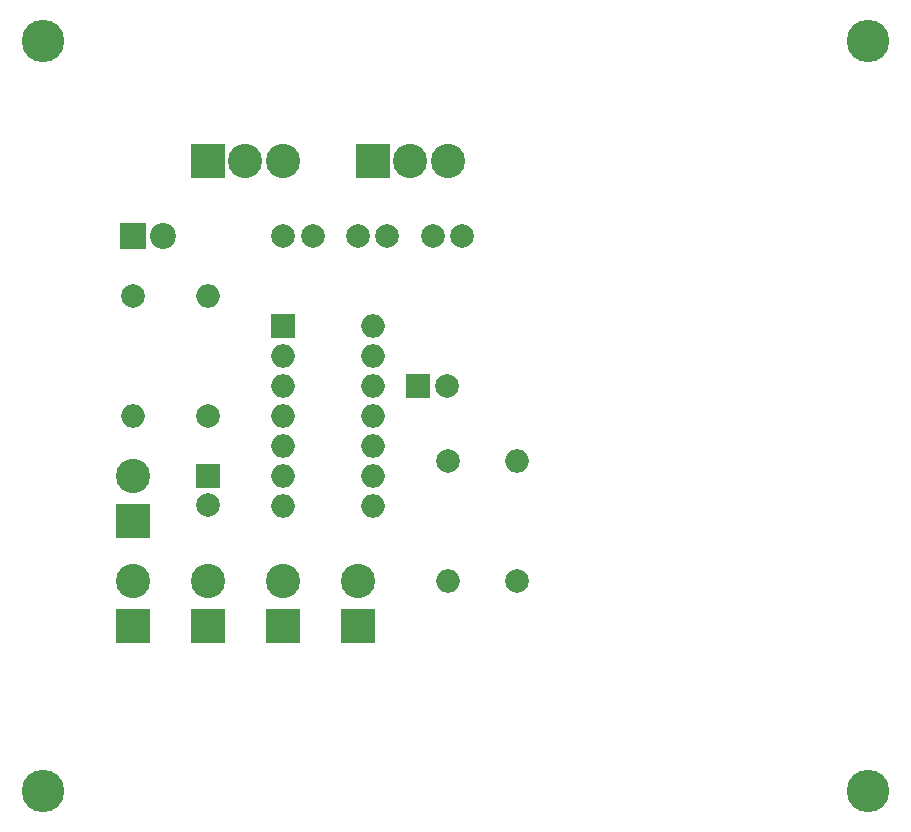
<source format=gts>
G04 #@! TF.GenerationSoftware,KiCad,Pcbnew,(6.0.0-rc1-dev-441-gb1e5549)*
G04 #@! TF.CreationDate,2018-09-12T02:05:33+03:00*
G04 #@! TF.ProjectId,APC,4150432E6B696361645F706362000000,rev?*
G04 #@! TF.SameCoordinates,Original*
G04 #@! TF.FileFunction,Soldermask,Top*
G04 #@! TF.FilePolarity,Negative*
%FSLAX46Y46*%
G04 Gerber Fmt 4.6, Leading zero omitted, Abs format (unit mm)*
G04 Created by KiCad (PCBNEW (6.0.0-rc1-dev-441-gb1e5549)) date 2018 September 12, Wednesday 02:05:33*
%MOMM*%
%LPD*%
G01*
G04 APERTURE LIST*
%ADD10C,3.600000*%
%ADD11R,2.000000X2.000000*%
%ADD12O,2.000000X2.000000*%
%ADD13C,2.000000*%
%ADD14C,2.899360*%
%ADD15R,2.899360X2.899360*%
%ADD16R,2.200000X2.200000*%
%ADD17C,2.200000*%
G04 APERTURE END LIST*
D10*
G04 #@! TO.C, *
X60960000Y-120650000D03*
G04 #@! TD*
G04 #@! TO.C, *
X130810000Y-57150000D03*
G04 #@! TD*
D11*
G04 #@! TO.C,U1*
X81280000Y-81280000D03*
D12*
X88900000Y-96520000D03*
X81280000Y-83820000D03*
X88900000Y-93980000D03*
X81280000Y-86360000D03*
X88900000Y-91440000D03*
X81280000Y-88900000D03*
X88900000Y-88900000D03*
X81280000Y-91440000D03*
X88900000Y-86360000D03*
X81280000Y-93980000D03*
X88900000Y-83820000D03*
X81280000Y-96520000D03*
X88900000Y-81280000D03*
G04 #@! TD*
D13*
G04 #@! TO.C,C2*
X74930000Y-96480000D03*
D11*
X74930000Y-93980000D03*
G04 #@! TD*
D13*
G04 #@! TO.C,C5*
X95210000Y-86360000D03*
D11*
X92710000Y-86360000D03*
G04 #@! TD*
D14*
G04 #@! TO.C,RV1*
X81280000Y-67310000D03*
X78105000Y-67310000D03*
D15*
X74930000Y-67310000D03*
G04 #@! TD*
D14*
G04 #@! TO.C,RV2*
X95250000Y-67310000D03*
X92075000Y-67310000D03*
D15*
X88900000Y-67310000D03*
G04 #@! TD*
D14*
G04 #@! TO.C,J1*
X68580000Y-102870000D03*
D15*
X68580000Y-106680000D03*
G04 #@! TD*
D13*
G04 #@! TO.C,C1*
X93980000Y-73660000D03*
X96480000Y-73660000D03*
G04 #@! TD*
G04 #@! TO.C,C3*
X83820000Y-73660000D03*
X81320000Y-73660000D03*
G04 #@! TD*
G04 #@! TO.C,C4*
X90130000Y-73660000D03*
X87630000Y-73660000D03*
G04 #@! TD*
D16*
G04 #@! TO.C,D1*
X68580000Y-73660000D03*
D17*
X71120000Y-73660000D03*
G04 #@! TD*
D15*
G04 #@! TO.C,J2*
X74930000Y-106680000D03*
D14*
X74930000Y-102870000D03*
G04 #@! TD*
G04 #@! TO.C,J3*
X81280000Y-102870000D03*
D15*
X81280000Y-106680000D03*
G04 #@! TD*
G04 #@! TO.C,J4*
X87630000Y-106680000D03*
D14*
X87630000Y-102870000D03*
G04 #@! TD*
D13*
G04 #@! TO.C,R1*
X68580000Y-78740000D03*
D12*
X68580000Y-88900000D03*
G04 #@! TD*
G04 #@! TO.C,R2*
X74930000Y-78740000D03*
D13*
X74930000Y-88900000D03*
G04 #@! TD*
G04 #@! TO.C,R3*
X95250000Y-92710000D03*
D12*
X95250000Y-102870000D03*
G04 #@! TD*
G04 #@! TO.C,R4*
X101111586Y-92710000D03*
D13*
X101111586Y-102870000D03*
G04 #@! TD*
D14*
G04 #@! TO.C,SW1*
X68580000Y-93980000D03*
D15*
X68580000Y-97790000D03*
G04 #@! TD*
D10*
G04 #@! TO.C, *
X60960000Y-57150000D03*
G04 #@! TD*
G04 #@! TO.C, *
X130810000Y-120650000D03*
G04 #@! TD*
M02*

</source>
